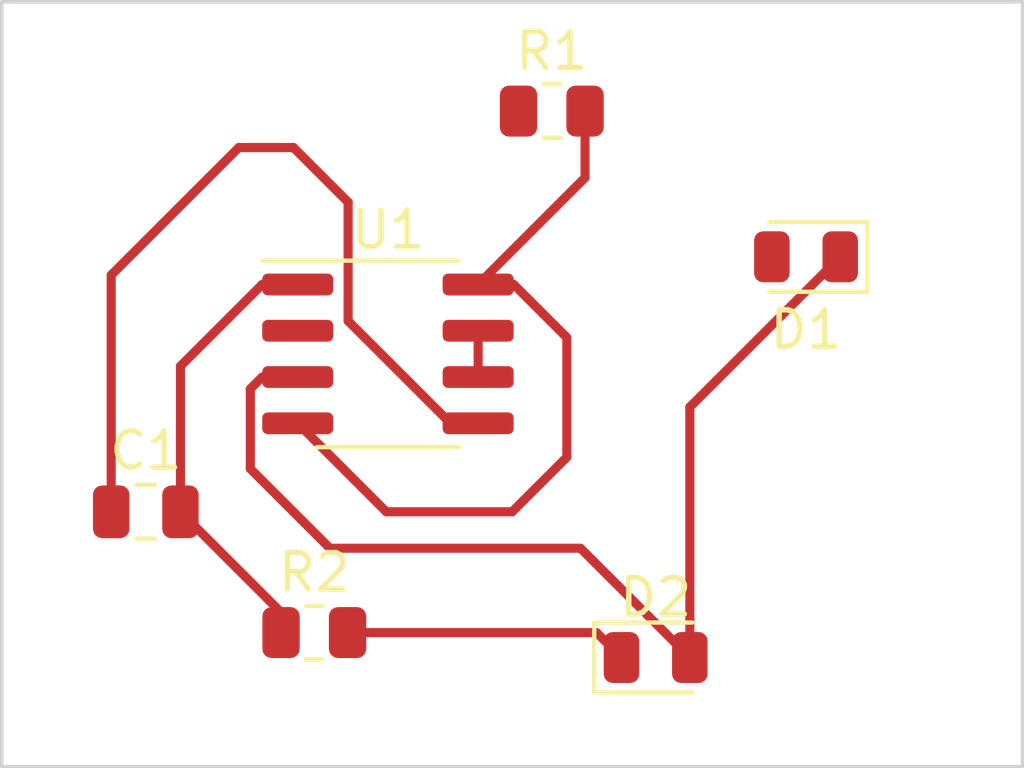
<source format=kicad_pcb>
(kicad_pcb (version 20240108) (generator "pcbnew") (generator_version "8.0")
  (layers (0 "F.Cu" signal) (31 "B.Cu" signal) (34 "B.Paste" user) (35 "F.Paste" user) (36 "B.SilkS" user "B.Silkscreen") (37 "F.SilkS" user "F.Silkscreen") (38 "B.Mask" user) (39 "F.Mask" user) (44 "Edge.Cuts" user))
  (net 0 "")
  (net 1 "Net-(U1-CV)")
  (net 2 "GND")
  (net 3 "Net-(D1-K)")
  (net 4 "Net-(D1-A)")
  (net 5 "Net-(D2-K)")
  (net 6 "VCC")
  (net 8 "Net-(U1-DIS)")
  (footprint "Capacitor_SMD:C_0805_2012Metric" (layer "F.Cu") (at 19.95 28)
    (property "Reference" "C1" (at 0 -1.68 0) (layer "F.SilkS"))
    (property "Value" "C")
    (fp_line (start -0.261252 -0.735) (end 0.261252 -0.735) (stroke (width 0.12)) (layer "F.SilkS"))
    (fp_line (start -0.261252 0.735) (end 0.261252 0.735) (stroke (width 0.12)) (layer "F.SilkS"))
    (pad "1" smd roundrect (at -0.95 0) (size 1 1.45) (layers "F.Cu" "F.Paste" "F.Mask") (net 1 "Net-(U1-CV)"))
    (pad "2" smd roundrect (at 0.95 0) (size 1 1.45) (layers "F.Cu" "F.Paste" "F.Mask") (net 2 "GND"))
  )
  (footprint "Resistor_SMD:R_0805_2012Metric" (layer "F.Cu") (at 31.0875 17)
    (property "Reference" "R1" (at 0 -1.65 0) (layer "F.SilkS"))
    (property "Value" "R")
    (fp_line (start -0.227064 -0.735) (end 0.227064 -0.735) (stroke (width 0.12)) (layer "F.SilkS"))
    (fp_line (start -0.227064 0.735) (end 0.227064 0.735) (stroke (width 0.12)) (layer "F.SilkS"))
    (pad "1" smd roundrect (at -0.9125 0) (size 1.025 1.4) (layers "F.Cu" "F.Paste" "F.Mask") (roundrect_rratio 0.243902) (net 4 "Net-(D1-A)"))
    (pad "2" smd roundrect (at 0.9125 0) (size 1.025 1.4) (layers "F.Cu" "F.Paste" "F.Mask") (roundrect_rratio 0.243902) (net 6 "VCC"))
  )
  (footprint "Package_SO:SOIC-8_3.9x4.9mm_P1.27mm" (layer "F.Cu") (at 26.5925 23.665)
    (property "Reference" "U1" (at 0 -3.4 0) (layer "F.SilkS"))
    (property "Value" "LM555xM")
    (fp_line (start 0 -2.56) (end -3.45 -2.56) (stroke (width 0.12)) (layer "F.SilkS"))
    (fp_line (start 0 -2.56) (end 1.95 -2.56) (stroke (width 0.12)) (layer "F.SilkS"))
    (fp_line (start 0 2.56) (end -1.95 2.56) (stroke (width 0.12)) (layer "F.SilkS"))
    (fp_line (start 0 2.56) (end 1.95 2.56) (stroke (width 0.12)) (layer "F.SilkS"))
    (pad "1" smd roundrect (at -2.475 -1.905) (size 1.95 0.6) (layers "F.Cu" "F.Paste" "F.Mask") (net 2 "GND"))
    (pad "2" smd roundrect (at -2.475 -0.635) (size 1.95 0.6) (layers "F.Cu" "F.Paste" "F.Mask"))
    (pad "3" smd roundrect (at -2.475 0.635) (size 1.95 0.6) (layers "F.Cu" "F.Paste" "F.Mask") (net 3 "Net-(D1-K)"))
    (pad "4" smd roundrect (at -2.475 1.905) (size 1.95 0.6) (layers "F.Cu" "F.Paste" "F.Mask") (net 6 "VCC"))
    (pad "5" smd roundrect (at 2.475 1.905) (size 1.95 0.6) (layers "F.Cu" "F.Paste" "F.Mask") (net 1 "Net-(U1-CV)"))
    (pad "6" smd roundrect (at 2.475 0.635) (size 1.95 0.6) (layers "F.Cu" "F.Paste" "F.Mask") (net 8 "Net-(U1-DIS)"))
    (pad "7" smd roundrect (at 2.475 -0.635) (size 1.95 0.6) (layers "F.Cu" "F.Paste" "F.Mask") (net 8 "Net-(U1-DIS)"))
    (pad "8" smd roundrect (at 2.475 -1.905) (size 1.95 0.6) (layers "F.Cu" "F.Paste" "F.Mask") (net 6 "VCC"))
  )
  (footprint "Resistor_SMD:R_0805_2012Metric" (layer "F.Cu") (at 24.5725 31.315)
    (property "Reference" "R2" (at 0 -1.65 0) (layer "F.SilkS"))
    (property "Value" "R")
    (fp_line (start -0.227064 -0.735) (end 0.227064 -0.735) (stroke (width 0.12)) (layer "F.SilkS"))
    (fp_line (start -0.227064 0.735) (end 0.227064 0.735) (stroke (width 0.12)) (layer "F.SilkS"))
    (pad "1" smd roundrect (at -0.9125 0) (size 1.025 1.4) (layers "F.Cu" "F.Paste" "F.Mask") (roundrect_rratio 0.243902) (net 2 "GND"))
    (pad "2" smd roundrect (at 0.9125 0) (size 1.025 1.4) (layers "F.Cu" "F.Paste" "F.Mask") (roundrect_rratio 0.243902) (net 5 "Net-(D2-K)"))
  )
  (footprint "LED_SMD:LED_0805_2012Metric" (layer "F.Cu") (at 33.9375 32)
    (property "Reference" "D2" (at 0 -1.65 0) (layer "F.SilkS"))
    (property "Value" "LED")
    (fp_line (start -1.685 -0.96) (end -1.685 0.96) (stroke (width 0.12)) (layer "F.SilkS"))
    (fp_line (start -1.685 0.96) (end 1 0.96) (stroke (width 0.12)) (layer "F.SilkS"))
    (fp_line (start 1 -0.96) (end -1.685 -0.96) (stroke (width 0.12)) (layer "F.SilkS"))
    (pad "1" smd roundrect (at -0.9375 0) (size 0.975 1.4) (layers "F.Cu" "F.Paste" "F.Mask") (net 5 "Net-(D2-K)"))
    (pad "2" smd roundrect (at 0.9375 0) (size 0.975 1.4) (layers "F.Cu" "F.Paste" "F.Mask") (net 3 "Net-(D1-K)"))
  )
  (footprint "LED_SMD:LED_0805_2012Metric" (layer "F.Cu") (at 38.0625 21 180)
    (property "Reference" "D1" (at 0 -2 0) (layer "F.SilkS"))
    (property "Value" "LED")
    (fp_line (start 1 -0.96) (end -1.685 -0.96) (stroke (width 0.12)) (layer "F.SilkS"))
    (fp_line (start -1.685 0.96) (end 1 0.96) (stroke (width 0.12)) (layer "F.SilkS"))
    (fp_line (start -1.685 -0.96) (end -1.685 0.96) (stroke (width 0.12)) (layer "F.SilkS"))
    (pad "1" smd roundrect (at -0.9375 0 180) (size 0.975 1.4) (layers "F.Cu" "F.Paste" "F.Mask") (net 3 "Net-(D1-K)"))
    (pad "2" smd roundrect (at 0.9375 0 180) (size 0.975 1.4) (layers "F.Cu" "F.Paste" "F.Mask") (net 4 "Net-(D1-A)"))
  )
  (gr_rect (start 16 14) (end 44 35) (stroke (width 0.1)) (fill none) (layer "Edge.Cuts"))
  (segment (start 29.0675 25.57) (end 28.308408 25.57) (width 0.25) (layer "F.Cu") (net 1))
  (segment (start 25.5 22.761592) (end 25.5 19.5) (width 0.25) (layer "F.Cu") (net 1))
  (segment (start 19 21.5) (end 19 28) (width 0.25) (layer "F.Cu") (net 1))
  (segment (start 28.308408 25.57) (end 25.5 22.761592) (width 0.25) (layer "F.Cu") (net 1))
  (segment (start 22.5 18) (end 19 21.5) (width 0.25) (layer "F.Cu") (net 1))
  (segment (start 24 18) (end 22.5 18) (width 0.25) (layer "F.Cu") (net 1))
  (segment (start 25.5 19.5) (end 24 18) (width 0.25) (layer "F.Cu") (net 1))
  (segment (start 20.9 28) (end 23.66 30.76) (width 0.25) (layer "F.Cu") (net 2))
  (segment (start 20.9 28) (end 20.9 24.002501) (width 0.25) (layer "F.Cu") (net 2))
  (segment (start 23.66 30.76) (end 23.66 31.315) (width 0.25) (layer "F.Cu") (net 2))
  (segment (start 23.142501 21.76) (end 24.1175 21.76) (width 0.25) (layer "F.Cu") (net 2))
  (segment (start 20.9 24.002501) (end 23.142501 21.76) (width 0.25) (layer "F.Cu") (net 2))
  (segment (start 25 29) (end 31.875 29) (width 0.25) (layer "F.Cu") (net 3))
  (segment (start 22.8175 26.8175) (end 25 29) (width 0.25) (layer "F.Cu") (net 3))
  (segment (start 34.875 32) (end 34.875 25.125) (width 0.25) (layer "F.Cu") (net 3))
  (segment (start 22.8175 24.625001) (end 22.8175 26.8175) (width 0.25) (layer "F.Cu") (net 3))
  (segment (start 23.142501 24.3) (end 22.8175 24.625001) (width 0.25) (layer "F.Cu") (net 3))
  (segment (start 31.875 29) (end 34.875 32) (width 0.25) (layer "F.Cu") (net 3))
  (segment (start 24.1175 24.3) (end 23.142501 24.3) (width 0.25) (layer "F.Cu") (net 3))
  (segment (start 34.875 25.125) (end 39 21) (width 0.25) (layer "F.Cu") (net 3))
  (segment (start 32.315 31.315) (end 33 32) (width 0.25) (layer "F.Cu") (net 5))
  (segment (start 25.485 31.315) (end 32.315 31.315) (width 0.25) (layer "F.Cu") (net 5))
  (segment (start 26.5475 28) (end 24.1175 25.57) (width 0.25) (layer "F.Cu") (net 6))
  (segment (start 31.5 23.217501) (end 31.5 26.5) (width 0.25) (layer "F.Cu") (net 6))
  (segment (start 30.042499 21.76) (end 31.5 23.217501) (width 0.25) (layer "F.Cu") (net 6))
  (segment (start 32 17) (end 32 18.8275) (width 0.25) (layer "F.Cu") (net 6))
  (segment (start 30 28) (end 26.5475 28) (width 0.25) (layer "F.Cu") (net 6))
  (segment (start 31.5 26.5) (end 30 28) (width 0.25) (layer "F.Cu") (net 6))
  (segment (start 29.0675 21.76) (end 30.042499 21.76) (width 0.25) (layer "F.Cu") (net 6))
  (segment (start 32 18.8275) (end 29.0675 21.76) (width 0.25) (layer "F.Cu") (net 6))
  (segment (start 29.0675 23.03) (end 29.0675 24.3) (width 0.25) (layer "F.Cu") (net 8))
)
</source>
